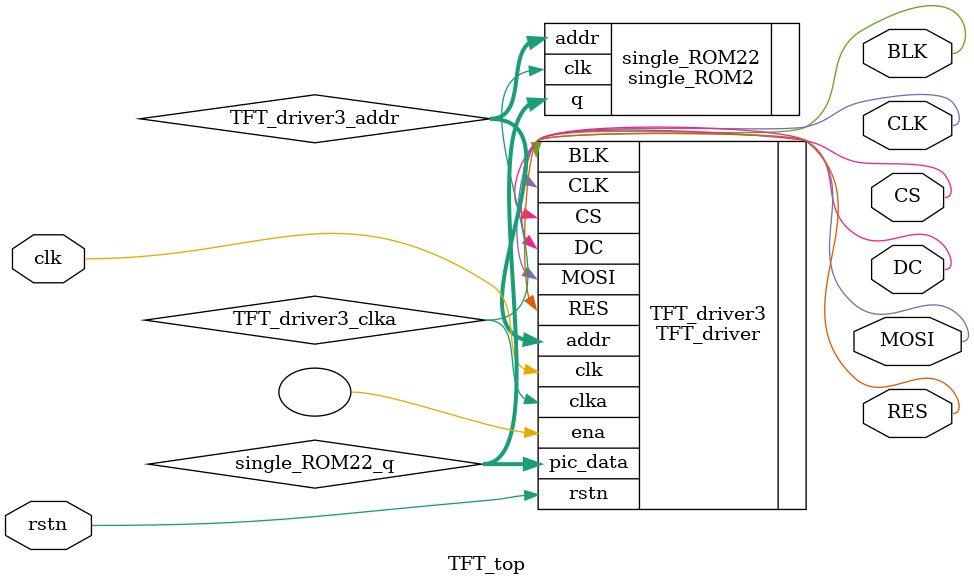
<source format=v>
module TFT_top(
	clk,
	rstn,
	CLK,
	MOSI,
	RES,
	DC,
	BLK,
	CS);

	//---Ports declearation: generated by Robei---
	input clk;
	input rstn;
	output CLK;
	output MOSI;
	output RES;
	output DC;
	output BLK;
	output CS;

	wire clk;
	wire rstn;
	wire CLK;
	wire MOSI;
	wire RES;
	wire DC;
	wire BLK;
	wire CS;
	wire [18:0] TFT_driver3_addr;
	wire TFT_driver3_clka;
	wire [7:0] single_ROM22_q;

	//----Code starts here: integrated by Robei-----
	
	
	
	
	//---Module instantiation---
	TFT_driver TFT_driver3(
		.clk(clk),
		.rstn(rstn),
		.pic_data(single_ROM22_q),
		.CLK(CLK),
		.MOSI(MOSI),
		.RES(RES),
		.DC(DC),
		.addr(TFT_driver3_addr),
		.clka(TFT_driver3_clka),
		.ena( ),
		.BLK(BLK),
		.CS(CS));

	single_ROM2 single_ROM22(
		.clk(TFT_driver3_clka),
		.addr(TFT_driver3_addr),
		.q(single_ROM22_q));

endmodule    //TFT_top


</source>
